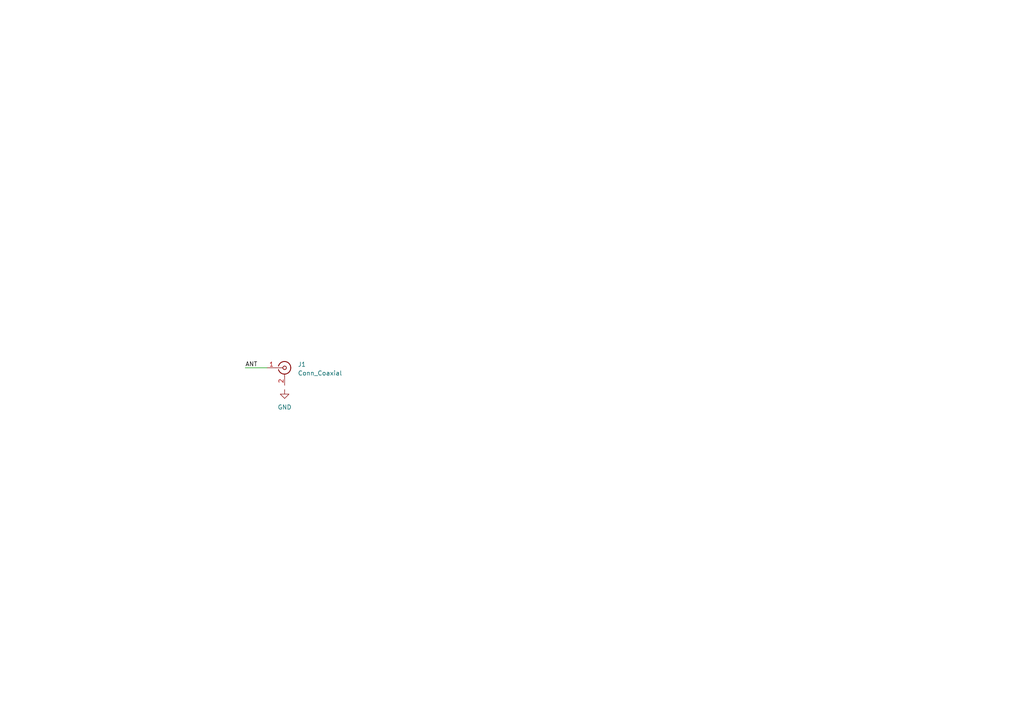
<source format=kicad_sch>
(kicad_sch (version 20231120) (generator "eeschema") (generator_version "8.0")
  (paper "A4")
  (lib_symbols
    (symbol "Connector:Conn_Coaxial" (pin_names (offset 1.016) hide)
      (property "Reference" "J" (at 0.254 3.048 0))
      (property "Value" "Conn_Coaxial" (at 2.921 0 90))
      (symbol "Conn_Coaxial_0_1"
        (arc (start -1.778 -0.508) (mid 0.2311 -1.8066) (end 1.778 0) (stroke (width 0.254)))
        (polyline (pts (xy -2.54 0) (xy -0.508 0)))
        (polyline (pts (xy 0 -2.54) (xy 0 -1.778)))
        (circle (center 0 0) (radius 0.508) (stroke (width 0.2032)))
        (arc (start 1.778 0) (mid 0.2099 1.8101) (end -1.778 0.508) (stroke (width 0.254)))
      )
      (symbol "Conn_Coaxial_1_1"
        (pin passive line (at -5.08 0 0) (length 2.54) (name "In") (number "1"))
        (pin passive line (at 0 -5.08 90) (length 2.54) (name "Ext") (number "2"))
      )
    )
    (symbol "power:GND" (power) (pin_numbers hide) (pin_names (offset 0) hide)
      (property "Value" "GND" (at 0 -3.81 0))
      (symbol "GND_0_1"
        (polyline (pts (xy 0 0) (xy 0 -1.27) (xy 1.27 -1.27) (xy 0 -2.54) (xy -1.27 -1.27) (xy 0 -1.27)))
      )
      (symbol "GND_1_1"
        (pin power_in line (at 0 0 270) (length 0) (name "~") (number "1"))
      )
    )
  )
  (wire (pts (xy 71.12 106.68) (xy 77.47 106.68)))
  (label "ANT" (at 71.12 106.68 0))
  (symbol (lib_id "power:GND") (at 82.55 113.03 0) (unit 1)
    (property "Reference" "#PWR01" (effects (hide yes)))
    (property "Value" "GND" (at 82.55 118.11 0))
    (property "Description" "Power symbol creates a global label with name \"GND\" , ground" (effects (hide yes)))
  )
  (symbol (lib_id "Connector:Conn_Coaxial") (at 82.55 106.68 0) (unit 1)
    (property "Reference" "J1" (at 86.36 105.7031 0) (effects (justify left)))
    (property "Value" "Conn_Coaxial" (at 86.36 108.2431 0) (effects (justify left)))
    (property "Footprint" "Connector_Coaxial:SMA_Samtec_SMA-J-P-H-ST-EM1_EdgeMount" (effects (hide yes)))
    (property "Description" "coaxial connector (BNC, SMA, SMB, SMC, Cinch/RCA, LEMO, ...)" (effects (hide yes)))
  )
)
</source>
